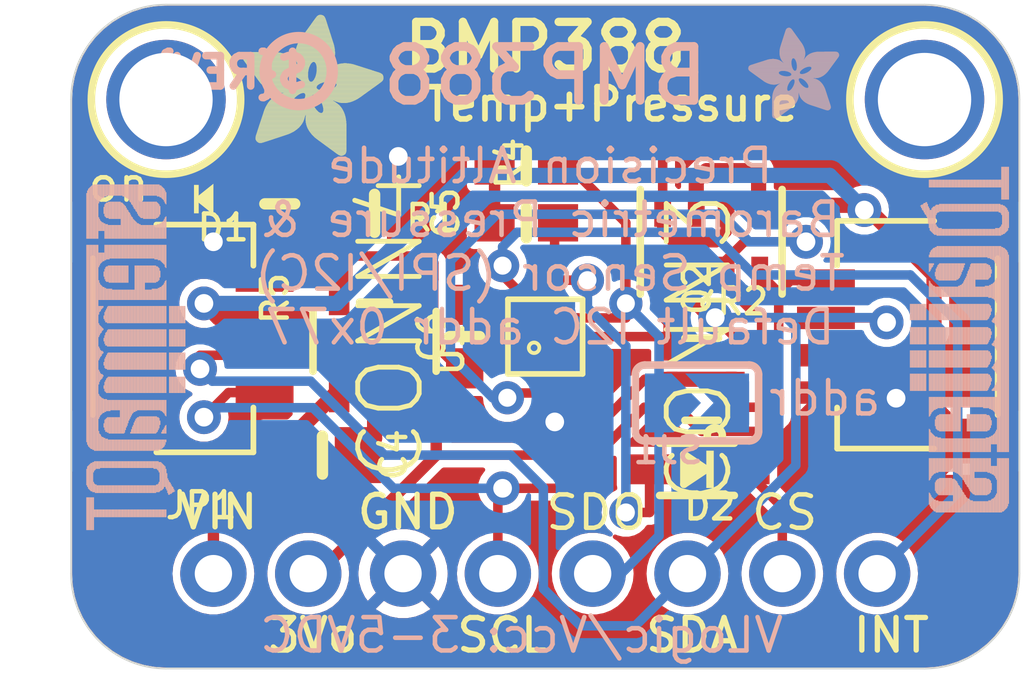
<source format=kicad_pcb>
(kicad_pcb (version 20221018) (generator pcbnew)
  (layers (0 "F.Cu" signal) (31 "B.Cu" signal) (34 "B.Paste" user) (35 "F.Paste" user) (36 "B.SilkS" user "B.Silkscreen") (37 "F.SilkS" user "F.Silkscreen") (38 "B.Mask" user) (39 "F.Mask" user) (44 "Edge.Cuts" user))
  (net 0 "")
  (net 1 "GND")
  (net 2 "SDI_3V")
  (net 3 "SCK_3V")
  (net 4 "CS_3V")
  (net 5 "3.3V")
  (net 6 "SDO/ADR")
  (net 7 "SDI/SDA")
  (net 8 "SCK/SCL")
  (net 9 "CS")
  (net 10 "INT")
  (net 11 "VCC")
  (net 12 "N$1")
  (footprint "working:RESPACK_4X0603" (layer "F.Cu") (at 152.9461 102.4636 180)
    (fp_text reference "R2" (at -1.6 -1.6) (layer "F.SilkS") (effects (font (size 0.692831 0.692831) (thickness 0.119969)) (justify right)))
    (fp_text value "10K")
    (pad "1" smd rect (at -1.3 0.85 180) (size 0.45 0.9) (layers "F.Cu" "F.Paste" "F.Mask") (net 11 "VCC"))
    (pad "2" smd rect (at -0.4 0.85 180) (size 0.45 0.9) (layers "F.Cu" "F.Paste" "F.Mask") (net 5 "3.3V"))
    (pad "3" smd rect (at 0.4 0.85 180) (size 0.45 0.9) (layers "F.Cu" "F.Paste" "F.Mask") (net 11 "VCC"))
    (pad "4" smd rect (at 1.3 0.85 180) (size 0.45 0.9) (layers "F.Cu" "F.Paste" "F.Mask") (net 5 "3.3V"))
    (pad "5" smd rect (at 1.3 -0.85 180) (size 0.45 0.9) (layers "F.Cu" "F.Paste" "F.Mask") (net 2 "SDI_3V"))
    (pad "6" smd rect (at 0.4 -0.85 180) (size 0.45 0.9) (layers "F.Cu" "F.Paste" "F.Mask") (net 7 "SDI/SDA"))
    (pad "7" smd rect (at -0.4 -0.85 180) (size 0.45 0.9) (layers "F.Cu" "F.Paste" "F.Mask") (net 3 "SCK_3V"))
    (pad "8" smd rect (at -1.3 -0.85 180) (size 0.45 0.9) (layers "F.Cu" "F.Paste" "F.Mask") (net 8 "SCK/SCL"))
  )
  (footprint "working:1X08_ROUND_70" (layer "F.Cu") (at 148.5011 111.3536)
    (fp_text reference "JP1" (at -10.2362 -1.8288) (layer "F.SilkS") (effects (font (size 0.692831 0.692831) (thickness 0.119969)) (justify left)))
    (fp_text value "")
    (pad "1" thru_hole circle (at -8.89 0 90) (size 1.778 1.778) (drill 1) (layers "*.Cu" "*.Mask") (net 11 "VCC"))
    (pad "2" thru_hole circle (at -6.35 0 90) (size 1.778 1.778) (drill 1) (layers "*.Cu" "*.Mask") (net 5 "3.3V"))
    (pad "3" thru_hole circle (at -3.81 0 90) (size 1.778 1.778) (drill 1) (layers "*.Cu" "*.Mask") (net 1 "GND"))
    (pad "4" thru_hole circle (at -1.27 0 90) (size 1.778 1.778) (drill 1) (layers "*.Cu" "*.Mask") (net 8 "SCK/SCL"))
    (pad "5" thru_hole circle (at 1.27 0 90) (size 1.778 1.778) (drill 1) (layers "*.Cu" "*.Mask") (net 6 "SDO/ADR"))
    (pad "6" thru_hole circle (at 3.81 0 90) (size 1.778 1.778) (drill 1) (layers "*.Cu" "*.Mask") (net 7 "SDI/SDA"))
    (pad "7" thru_hole circle (at 6.35 0 90) (size 1.778 1.778) (drill 1) (layers "*.Cu" "*.Mask") (net 9 "CS"))
    (pad "8" thru_hole circle (at 8.89 0 90) (size 1.778 1.778) (drill 1) (layers "*.Cu" "*.Mask") (net 10 "INT"))
  )
  (footprint "working:MOUNTINGHOLE_2.5_PLATED" (layer "F.Cu") (at 138.3411 98.6536)
    (fp_text reference "U$40" hide)
    (fp_text value "MOUNTINGHOLE2.5" hide)
    (pad "P$1" thru_hole circle (at 0 0) (size 3.2 3.2) (drill 2.5) (layers "*.Cu" "*.Mask"))
    (zone (net 0) (net_name "") (layer "F.Cu") (connect_pads (clearance 0)) (min_thickness 0.25)
      (keepout (tracks not_allowed) (vias not_allowed) (pads not_allowed) (copperpour not_allowed) (footprints allowed))
      (fill (thermal_gap 0.5) (thermal_bridge_width 0.5))
      (polygon (pts (xy 140.3571 98.6536) (xy 140.33748 98.373027) (xy 140.279004 98.097915) (xy 140.182808 97.833619) (xy 140.050765 97.585283) (xy 139.885446 97.35774) (xy 139.690067 97.15542) (xy 139.468433 96.98226) (xy 139.224856 96.841631) (xy 138.964078 96.73627) (xy 138.691175 96.668228) (xy 138.411457 96.638828) (xy 138.130371 96.648644) (xy 137.853385 96.697484) (xy 137.585893 96.784397) (xy 137.3331 96.907693) (xy 137.099926 97.06497) (xy 136.890911 97.253169) (xy 136.710122 97.468625) (xy 136.561078 97.707145) (xy 136.44668 97.964087) (xy 136.369154 98.23445) (xy 136.330011 98.512971) (xy 136.330011 98.794229) (xy 136.369154 99.07275) (xy 136.44668 99.343113) (xy 136.561078 99.600055) (xy 136.710122 99.838575) (xy 136.890911 100.054031) (xy 137.099926 100.24223) (xy 137.3331 100.399507) (xy 137.585893 100.522803) (xy 137.853385 100.609716) (xy 138.130371 100.658556) (xy 138.411457 100.668372) (xy 138.691175 100.638972) (xy 138.964078 100.57093) (xy 139.224856 100.465569) (xy 139.468433 100.32494) (xy 139.690067 100.15178) (xy 139.885446 99.94946) (xy 140.050765 99.721917) (xy 140.182808 99.473581) (xy 140.279004 99.209285) (xy 140.33748 98.934173)))
      (polygon (pts (xy 138.3251 98.6536) (xy 138.329786 98.664914) (xy 138.3411 98.6696) (xy 138.352414 98.664914) (xy 138.3571 98.6536) (xy 138.352414 98.642286) (xy 138.3411 98.6376) (xy 138.329786 98.642286)))
    )
    (zone (net 0) (net_name "") (layer "B.Cu") (connect_pads (clearance 0)) (min_thickness 0.25)
      (keepout (tracks not_allowed) (vias not_allowed) (pads not_allowed) (copperpour not_allowed) (footprints allowed))
      (fill (thermal_gap 0.5) (thermal_bridge_width 0.5))
      (polygon (pts (xy 140.3571 98.6536) (xy 140.33748 98.373027) (xy 140.279004 98.097915) (xy 140.182808 97.833619) (xy 140.050765 97.585283) (xy 139.885446 97.35774) (xy 139.690067 97.15542) (xy 139.468433 96.98226) (xy 139.224856 96.841631) (xy 138.964078 96.73627) (xy 138.691175 96.668228) (xy 138.411457 96.638828) (xy 138.130371 96.648644) (xy 137.853385 96.697484) (xy 137.585893 96.784397) (xy 137.3331 96.907693) (xy 137.099926 97.06497) (xy 136.890911 97.253169) (xy 136.710122 97.468625) (xy 136.561078 97.707145) (xy 136.44668 97.964087) (xy 136.369154 98.23445) (xy 136.330011 98.512971) (xy 136.330011 98.794229) (xy 136.369154 99.07275) (xy 136.44668 99.343113) (xy 136.561078 99.600055) (xy 136.710122 99.838575) (xy 136.890911 100.054031) (xy 137.099926 100.24223) (xy 137.3331 100.399507) (xy 137.585893 100.522803) (xy 137.853385 100.609716) (xy 138.130371 100.658556) (xy 138.411457 100.668372) (xy 138.691175 100.638972) (xy 138.964078 100.57093) (xy 139.224856 100.465569) (xy 139.468433 100.32494) (xy 139.690067 100.15178) (xy 139.885446 99.94946) (xy 140.050765 99.721917) (xy 140.182808 99.473581) (xy 140.279004 99.209285) (xy 140.33748 98.934173)))
      (polygon (pts (xy 138.3251 98.6536) (xy 138.329786 98.664914) (xy 138.3411 98.6696) (xy 138.352414 98.664914) (xy 138.3571 98.6536) (xy 138.352414 98.642286) (xy 138.3411 98.6376) (xy 138.329786 98.642286)))
    )
  )
  (footprint "working:0603-NO" (layer "F.Cu") (at 141.3891 101.4476 -90)
    (fp_text reference "R5" (at 1.778 0.127 90) (layer "F.SilkS") (effects (font (size 0.692831 0.692831) (thickness 0.119969)) (justify right)))
    (fp_text value "10K")
    (pad "1" smd rect (at -0.85 0 270) (size 1.075 1) (layers "F.Cu" "F.Paste" "F.Mask") (net 5 "3.3V"))
    (pad "2" smd rect (at 0.85 0 270) (size 1.075 1) (layers "F.Cu" "F.Paste" "F.Mask") (net 12 "N$1"))
  )
  (footprint "working:0603-NO" (layer "F.Cu") (at 147.9931 101.9556 180)
    (fp_text reference "R1" (at 1.778 0.127) (layer "F.SilkS") (effects (font (size 0.692831 0.692831) (thickness 0.119969)) (justify right)))
    (fp_text value "10K")
    (pad "1" smd rect (at -0.85 0 180) (size 1.075 1) (layers "F.Cu" "F.Paste" "F.Mask") (net 4 "CS_3V"))
    (pad "2" smd rect (at 0.85 0 180) (size 1.075 1) (layers "F.Cu" "F.Paste" "F.Mask") (net 5 "3.3V"))
  )
  (footprint "working:JST_SH4" (layer "F.Cu") (at 138.4681 105.0036 -90)
    (fp_text reference "CONN4" (at -4.6 -5.9 90) (layer "F.SilkS") (effects (font (size 1.647139 1.647139) (thickness 0.130861)) (justify right)))
    (fp_text value "STEMMA_I2C_QT" hide)
    (pad "1" smd rect (at -1.5 -2.514) (size 1.55 0.6) (layers "F.Cu" "F.Paste" "F.Mask") (net 1 "GND"))
    (pad "2" smd rect (at -0.5 -2.514) (size 1.55 0.6) (layers "F.Cu" "F.Paste" "F.Mask") (net 11 "VCC"))
    (pad "3" smd rect (at 0.5 -2.514) (size 1.55 0.6) (layers "F.Cu" "F.Paste" "F.Mask") (net 7 "SDI/SDA"))
    (pad "4" smd rect (at 1.5 -2.514) (size 1.55 0.6) (layers "F.Cu" "F.Paste" "F.Mask") (net 8 "SCK/SCL"))
    (pad "MT1" smd rect (at -2.8 1.386) (size 1.8 1.2) (layers "F.Cu" "F.Paste" "F.Mask") (net 1 "GND"))
    (pad "MT2" smd rect (at 2.8 1.386) (size 1.8 1.2) (layers "F.Cu" "F.Paste" "F.Mask") (net 1 "GND"))
  )
  (footprint "working:ADAFRUIT_3.5MM" (layer "F.Cu") (at 140.3731 100.1776)
    (fp_text reference "U$46" hide)
    (fp_text value "" hide)
  )
  (footprint "working:FIDUCIAL_1MM" (layer "F.Cu") (at 137.0711 109.8296)
    (fp_text reference "FID3" hide)
    (fp_text value "FIDUCIAL_1MM" hide)
    (pad "1" smd roundrect (at 0 0) (size 1 1) (layers "F.Cu" "F.Mask") (roundrect_rratio 0.5))
  )
  (footprint "working:0603-NO" (layer "F.Cu") (at 146.3421 105.0036 90)
    (fp_text reference "C6" (at -0.762 -0.889 90) (layer "F.SilkS") (effects (font (size 0.692831 0.692831) (thickness 0.119969)) (justify left)))
    (fp_text value "0.1uF")
    (pad "1" smd rect (at -0.85 0 90) (size 1.075 1) (layers "F.Cu" "F.Paste" "F.Mask") (net 5 "3.3V"))
    (pad "2" smd rect (at 0.85 0 90) (size 1.075 1) (layers "F.Cu" "F.Paste" "F.Mask") (net 1 "GND"))
  )
  (footprint "working:SOT363" (layer "F.Cu") (at 152.6921 106.1466 90)
    (fp_text reference "Q2" (at 1.651 -0.127 90) (layer "F.SilkS") (effects (font (size 0.692831 0.692831) (thickness 0.119969)) (justify left)))
    (fp_text value "BSS138")
    (pad "1" smd rect (at -0.75 0.9 90) (size 0.5 0.5) (layers "F.Cu" "F.Paste" "F.Mask") (net 3 "SCK_3V"))
    (pad "2" smd rect (at 0 0.9 90) (size 0.4 0.5) (layers "F.Cu" "F.Paste" "F.Mask") (net 5 "3.3V"))
    (pad "3" smd rect (at 0.75 0.9 90) (size 0.5 0.5) (layers "F.Cu" "F.Paste" "F.Mask") (net 7 "SDI/SDA"))
    (pad "4" smd rect (at 0.75 -0.9 90) (size 0.5 0.5) (layers "F.Cu" "F.Paste" "F.Mask") (net 2 "SDI_3V"))
    (pad "5" smd rect (at 0 -0.9 90) (size 0.4 0.5) (layers "F.Cu" "F.Paste" "F.Mask") (net 5 "3.3V"))
    (pad "6" smd rect (at -0.75 -0.9 90) (size 0.5 0.5) (layers "F.Cu" "F.Paste" "F.Mask") (net 8 "SCK/SCL"))
  )
  (footprint "working:BMP388" (layer "F.Cu") (at 148.5011 105.0036 180)
    (fp_text reference "IC1" hide)
    (fp_text value "BMP388" hide)
    (pad "1" smd rect (at 0.25 -0.75) (size 0.25 0.275) (layers "F.Cu" "F.Paste" "F.Mask") (net 5 "3.3V"))
    (pad "2" smd rect (at -0.25 -0.75) (size 0.25 0.275) (layers "F.Cu" "F.Paste" "F.Mask") (net 3 "SCK_3V"))
    (pad "3" smd rect (at -0.7625 -0.5 270) (size 0.25 0.275) (layers "F.Cu" "F.Paste" "F.Mask") (net 1 "GND"))
    (pad "4" smd rect (at -0.7625 0 270) (size 0.25 0.275) (layers "F.Cu" "F.Paste" "F.Mask") (net 2 "SDI_3V"))
    (pad "5" smd rect (at -0.7625 0.5 270) (size 0.25 0.275) (layers "F.Cu" "F.Paste" "F.Mask") (net 6 "SDO/ADR"))
    (pad "6" smd rect (at -0.25 0.75) (size 0.25 0.275) (layers "F.Cu" "F.Paste" "F.Mask") (net 4 "CS_3V"))
    (pad "7" smd rect (at 0.25 0.75) (size 0.25 0.275) (layers "F.Cu" "F.Paste" "F.Mask") (net 10 "INT"))
    (pad "8" smd rect (at 0.7625 0.5 270) (size 0.25 0.275) (layers "F.Cu" "F.Paste" "F.Mask") (net 1 "GND"))
    (pad "9" smd rect (at 0.7625 0 270) (size 0.25 0.275) (layers "F.Cu" "F.Paste" "F.Mask") (net 1 "GND"))
    (pad "10" smd rect (at 0.7625 -0.5 270) (size 0.25 0.275) (layers "F.Cu" "F.Paste" "F.Mask") (net 5 "3.3V"))
  )
  (footprint "working:SOD-323" (layer "F.Cu") (at 152.5651 108.5596 180)
    (fp_text reference "D2" (at -1.1 -1) (layer "F.SilkS") (effects (font (size 0.692831 0.692831) (thickness 0.119969)) (justify right)))
    (fp_text value "1N4148")
    (pad "A" smd rect (at 1.27 0 180) (size 1.35 0.8) (layers "F.Cu" "F.Paste" "F.Mask") (net 4 "CS_3V"))
    (pad "C" smd rect (at -1.27 0 180) (size 1.35 0.8) (layers "F.Cu" "F.Paste" "F.Mask") (net 9 "CS"))
  )
  (footprint "working:0805-NO" (layer "F.Cu") (at 143.9291 101.7016)
    (fp_text reference "C5" (at 1.905 -0.762 90) (layer "F.SilkS") (effects (font (size 0.692831 0.692831) (thickness 0.119969)) (justify right)))
    (fp_text value "10uF")
    (pad "1" smd rect (at -0.95 0) (size 1.24 1.5) (layers "F.Cu" "F.Paste" "F.Mask") (net 5 "3.3V"))
    (pad "2" smd rect (at 0.95 0) (size 1.24 1.5) (layers "F.Cu" "F.Paste" "F.Mask") (net 1 "GND"))
  )
  (footprint "working:0603-NO" (layer "F.Cu") (at 147.9931 100.4316 180)
    (fp_text reference "R4" (at 0.4445 0.8255 90) (layer "F.SilkS") (effects (font (size 0.692831 0.692831) (thickness 0.119969)) (justify right)))
    (fp_text value "10K")
    (pad "1" smd rect (at -0.85 0 180) (size 1.075 1) (layers "F.Cu" "F.Paste" "F.Mask") (net 6 "SDO/ADR"))
    (pad "2" smd rect (at 0.85 0 180) (size 1.075 1) (layers "F.Cu" "F.Paste" "F.Mask") (net 5 "3.3V"))
  )
  (footprint "working:MOUNTINGHOLE_2.5_PLATED" (layer "F.Cu") (at 158.6611 98.6536)
    (fp_text reference "U$41" hide)
    (fp_text value "MOUNTINGHOLE2.5" hide)
    (pad "P$1" thru_hole circle (at 0 0) (size 3.2 3.2) (drill 2.5) (layers "*.Cu" "*.Mask"))
    (zone (net 0) (net_name "") (layer "F.Cu") (connect_pads (clearance 0)) (min_thickness 0.25)
      (keepout (tracks not_allowed) (vias not_allowed) (pads not_allowed) (copperpour not_allowed) (footprints allowed))
      (fill (thermal_gap 0.5) (thermal_bridge_width 0.5))
      (polygon (pts (xy 160.6771 98.6536) (xy 160.65748 98.373027) (xy 160.599004 98.097915) (xy 160.502808 97.833619) (xy 160.370765 97.585283) (xy 160.205446 97.35774) (xy 160.010067 97.15542) (xy 159.788433 96.98226) (xy 159.544856 96.841631) (xy 159.284078 96.73627) (xy 159.011175 96.668228) (xy 158.731457 96.638828) (xy 158.450371 96.648644) (xy 158.173385 96.697484) (xy 157.905893 96.784397) (xy 157.6531 96.907693) (xy 157.419926 97.06497) (xy 157.210911 97.253169) (xy 157.030122 97.468625) (xy 156.881078 97.707145) (xy 156.76668 97.964087) (xy 156.689154 98.23445) (xy 156.650011 98.512971) (xy 156.650011 98.794229) (xy 156.689154 99.07275) (xy 156.76668 99.343113) (xy 156.881078 99.600055) (xy 157.030122 99.838575) (xy 157.210911 100.054031) (xy 157.419926 100.24223) (xy 157.6531 100.399507) (xy 157.905893 100.522803) (xy 158.173385 100.609716) (xy 158.450371 100.658556) (xy 158.731457 100.668372) (xy 159.011175 100.638972) (xy 159.284078 100.57093) (xy 159.544856 100.465569) (xy 159.788433 100.32494) (xy 160.010067 100.15178) (xy 160.205446 99.94946) (xy 160.370765 99.721917) (xy 160.502808 99.473581) (xy 160.599004 99.209285) (xy 160.65748 98.934173)))
      (polygon (pts (xy 158.6451 98.6536) (xy 158.649786 98.664914) (xy 158.6611 98.6696) (xy 158.672414 98.664914) (xy 158.6771 98.6536) (xy 158.672414 98.642286) (xy 158.6611 98.6376) (xy 158.649786 98.642286)))
    )
    (zone (net 0) (net_name "") (layer "B.Cu") (connect_pads (clearance 0)) (min_thickness 0.25)
      (keepout (tracks not_allowed) (vias not_allowed) (pads not_allowed) (copperpour not_allowed) (footprints allowed))
      (fill (thermal_gap 0.5) (thermal_bridge_width 0.5))
      (polygon (pts (xy 160.6771 98.6536) (xy 160.65748 98.373027) (xy 160.599004 98.097915) (xy 160.502808 97.833619) (xy 160.370765 97.585283) (xy 160.205446 97.35774) (xy 160.010067 97.15542) (xy 159.788433 96.98226) (xy 159.544856 96.841631) (xy 159.284078 96.73627) (xy 159.011175 96.668228) (xy 158.731457 96.638828) (xy 158.450371 96.648644) (xy 158.173385 96.697484) (xy 157.905893 96.784397) (xy 157.6531 96.907693) (xy 157.419926 97.06497) (xy 157.210911 97.253169) (xy 157.030122 97.468625) (xy 156.881078 97.707145) (xy 156.76668 97.964087) (xy 156.689154 98.23445) (xy 156.650011 98.512971) (xy 156.650011 98.794229) (xy 156.689154 99.07275) (xy 156.76668 99.343113) (xy 156.881078 99.600055) (xy 157.030122 99.838575) (xy 157.210911 100.054031) (xy 157.419926 100.24223) (xy 157.6531 100.399507) (xy 157.905893 100.522803) (xy 158.173385 100.609716) (xy 158.450371 100.658556) (xy 158.731457 100.668372) (xy 159.011175 100.638972) (xy 159.284078 100.57093) (xy 159.544856 100.465569) (xy 159.788433 100.32494) (xy 160.010067 100.15178) (xy 160.205446 99.94946) (xy 160.370765 99.721917) (xy 160.502808 99.473581) (xy 160.599004 99.209285) (xy 160.65748 98.934173)))
      (polygon (pts (xy 158.6451 98.6536) (xy 158.649786 98.664914) (xy 158.6611 98.6696) (xy 158.672414 98.664914) (xy 158.6771 98.6536) (xy 158.672414 98.642286) (xy 158.6611 98.6376) (xy 158.649786 98.642286)))
    )
  )
  (footprint "working:0805-NO" (layer "F.Cu") (at 142.5321 108.1786)
    (fp_text reference "C4" (at 1.905 -0.762 90) (layer "F.SilkS") (effects (font (size 0.692831 0.692831) (thickness 0.119969)) (justify right)))
    (fp_text value "10uF")
    (pad "1" smd rect (at -0.95 0) (size 1.24 1.5) (layers "F.Cu" "F.Paste" "F.Mask") (net 11 "VCC"))
    (pad "2" smd rect (at 0.95 0) (size 1.24 1.5) (layers "F.Cu" "F.Paste" "F.Mask") (net 1 "GND"))
  )
  (footprint "working:SOT23-5" (layer "F.Cu") (at 143.9291 105.1306)
    (fp_text reference "U1" (at 2.032 -0.562 90) (layer "F.SilkS") (effects (font (size 0.692831 0.692831) (thickness 0.119969)) (justify right)))
    (fp_text value "AP2112K-3.3")
    (pad "1" smd rect (at -0.95 1.3001) (size 0.55 1.2) (layers "F.Cu" "F.Paste" "F.Mask") (net 11 "VCC"))
    (pad "2" smd rect (at 0 1.3001) (size 0.55 1.2) (layers "F.Cu" "F.Paste" "F.Mask") (net 1 "GND"))
    (pad "3" smd rect (at 0.95 1.3001) (size 0.55 1.2) (layers "F.Cu" "F.Paste" "F.Mask") (net 11 "VCC"))
    (pad "4" smd rect (at 0.95 -1.3001) (size 0.55 1.2) (layers "F.Cu" "F.Paste" "F.Mask"))
    (pad "5" smd rect (at -0.95 -1.3001) (size 0.55 1.2) (layers "F.Cu" "F.Paste" "F.Mask") (net 5 "3.3V"))
  )
  (footprint "working:JST_SH4" (layer "F.Cu") (at 158.5341 105.0036 90)
    (fp_text reference "CONN3" (at -4.6 -5.9 90) (layer "F.SilkS") (effects (font (size 1.647139 1.647139) (thickness 0.130861)) (justify left)))
    (fp_text value "STEMMA_I2C_QT" hide)
    (pad "1" smd rect (at -1.5 -2.514 180) (size 1.55 0.6) (layers "F.Cu" "F.Paste" "F.Mask") (net 1 "GND"))
    (pad "2" smd rect (at -0.5 -2.514 180) (size 1.55 0.6) (layers "F.Cu" "F.Paste" "F.Mask") (net 11 "VCC"))
    (pad "3" smd rect (at 0.5 -2.514 180) (size 1.55 0.6) (layers "F.Cu" "F.Paste" "F.Mask") (net 7 "SDI/SDA"))
    (pad "4" smd rect (at 1.5 -2.514 180) (size 1.55 0.6) (layers "F.Cu" "F.Paste" "F.Mask") (net 8 "SCK/SCL"))
    (pad "MT1" smd rect (at -2.8 1.386 180) (size 1.8 1.2) (layers "F.Cu" "F.Paste" "F.Mask") (net 1 "GND"))
    (pad "MT2" smd rect (at 2.8 1.386 180) (size 1.8 1.2) (layers "F.Cu" "F.Paste" "F.Mask") (net 1 "GND"))
  )
  (footprint "working:FIDUCIAL_1MM" (layer "F.Cu") (at 155.3591 97.3836)
    (fp_text reference "FID4" hide)
    (fp_text value "FIDUCIAL_1MM" hide)
    (pad "1" smd roundrect (at 0 0) (size 1 1) (layers "F.Cu" "F.Mask") (roundrect_rratio 0.5))
  )
  (footprint "working:CHIPLED_0603_NOOUTLINE" (layer "F.Cu") (at 139.3571 101.3206 90)
    (fp_text reference "D1" (at -0.762 1.27) (layer "F.SilkS") (effects (font (size 0.692831 0.692831) (thickness 0.119969)) (justify right)))
    (fp_text value "GREEN")
    (pad "A" smd rect (at 0 0.75 90) (size 0.8 0.8) (layers "F.Cu" "F.Paste" "F.Mask") (net 12 "N$1"))
    (pad "C" smd rect (at 0 -0.75 90) (size 0.8 0.8) (layers "F.Cu" "F.Paste" "F.Mask") (net 1 "GND"))
  )
  (footprint "working:STEMMAQT" (layer "B.Cu") (at 158.2801 109.7026 90)
    (fp_text reference "U$48" hide)
    (fp_text value "" hide)
  )
  (footprint "working:SOLDERJUMPER_ARROW_NOPASTE" (layer "B.Cu") (at 152.5651 106.7816)
    (fp_text reference "SJ1" (at -1.778 1.27) (layer "B.SilkS") (effects (font (size 0.692831 0.692831) (thickness 0.119969)) (justify right mirror)))
    (fp_text value "")
    (fp_poly (pts (xy 0.106121 -0.002663) (xy -0.679416 -0.7882) (xy -1.3946 -0.7882) (xy -1.3946 0.7882) (xy -0.62715 0.7882)) (fill solid) (layer "B.Cu"))
    (fp_poly (pts (xy 1.3946 -0.7882) (xy -0.315893 -0.7882) (xy 0.443148 0) (xy -0.315893 0.7882) (xy 1.3946 0.7882)) (fill solid) (layer "B.Cu"))
    (pad "1" smd roundrect (at -1.016 0) (size 0.762 1.524) (layers "B.Cu") (net 6 "SDO/ADR"))
    (pad "2" smd roundrect (at 1.016 0) (size 0.762 1.524) (layers "B.Cu") (net 1 "GND"))
  )
  (footprint "working:ADAFRUIT_2.5MM" (layer "B.Cu") (at 156.3751 99.1616 180)
    (fp_text reference "U$2" hide)
    (fp_text value "" hide)
  )
  (footprint "working:STEMMAQT" (layer "B.Cu") (at 138.8491 100.9396 -90)
    (fp_text reference "U$49" hide)
    (fp_text value "" hide)
  )
  (footprint "working:PCBFEAT-REV-040" (layer "B.Cu") (at 141.8971 97.8916 180)
    (fp_text reference "U$47" hide)
    (fp_text value "" hide)
    (fp_text user "${REV}" (at -0.3556 -0.508) (layer "B.SilkS") (effects (font (size 0.8128 0.8128) (thickness 0.2032)) (justify left bottom mirror)))
  )
  (gr_line (start 135.8011 98.6536) (end 135.8011 111.3536) (stroke (width 0.05)) (layer "Edge.Cuts"))
  (gr_line (start 161.2011 111.3536) (end 161.2011 98.6536) (stroke (width 0.05)) (layer "Edge.Cuts"))
  (gr_arc (start 158.6611 96.1136) (mid 160.457151 96.857549) (end 161.2011 98.6536) (stroke (width 0.05)) (layer "Edge.Cuts"))
  (gr_arc (start 161.2011 111.3536) (mid 160.457151 113.149651) (end 158.6611 113.8936) (stroke (width 0.05)) (layer "Edge.Cuts"))
  (gr_arc (start 135.8011 98.6536) (mid 136.545049 96.857549) (end 138.3411 96.1136) (stroke (width 0.05)) (layer "Edge.Cuts"))
  (gr_line (start 158.6611 96.1136) (end 138.3411 96.1136) (stroke (width 0.05)) (layer "Edge.Cuts"))
  (gr_arc (start 138.3411 113.8936) (mid 136.545049 113.149651) (end 135.8011 111.3536) (stroke (width 0.05)) (layer "Edge.Cuts"))
  (gr_line (start 138.3411 113.8936) (end 158.6611 113.8936) (stroke (width 0.05)) (layer "Edge.Cuts"))
  (gr_text "BMP388" (at 148.5011 98.0186) (layer "B.SilkS") (effects (font (size 1.441704 1.441704) (thickness 0.234696)) (justify mirror)))
  (gr_text "Precision Altitude\nBarometric Pressure &\nTemp Sensor (SPI/I2C)\nDefault I2C addr 0x77" (at 148.6281 102.5906) (layer "B.SilkS") (effects (font (size 0.89408 0.89408) (thickness 0.12192)) (justify mirror)))
  (gr_text "addr" (at 155.9941 106.6546) (layer "B.SilkS") (effects (font (size 0.89408 0.89408) (thickness 0.12192)) (justify mirror)))
  (gr_text "VLogic/Vcc: 3-5VDC" (at 147.8661 113.0046) (layer "B.SilkS") (effects (font (size 0.89408 0.89408) (thickness 0.12192)) (justify mirror)))
  (gr_text "BMP388" (at 148.5011 97.2566) (layer "F.SilkS") (effects (font (size 1.25222 1.25222) (thickness 0.22098))))
  (gr_text "SDA" (at 152.4381 113.0046) (layer "F.SilkS") (effects (font (size 0.87376 0.87376) (thickness 0.14224))))
  (gr_text "CS" (at 155.8671 109.1946) (layer "F.SilkS") (effects (font (size 0.89408 0.89408) (thickness 0.12192)) (justify right top)))
  (gr_text "GND" (at 144.8181 109.7026) (layer "F.SilkS") (effects (font (size 0.87376 0.87376) (thickness 0.14224))))
  (gr_text "3Vo" (at 142.2781 113.0046) (layer "F.SilkS") (effects (font (size 0.87376 0.87376) (thickness 0.14224))))
  (gr_text "VIN" (at 139.7381 109.7026) (layer "F.SilkS") (effects (font (size 0.87376 0.87376) (thickness 0.14224))))
  (gr_text "Temp+Pressure" (at 150.2791 98.7806) (layer "F.SilkS") (effects (font (size 0.8636 0.8636) (thickness 0.1524))))
  (gr_text "on" (at 136.1821 101.4476) (layer "F.SilkS") (effects (font (size 0.89408 0.89408) (thickness 0.12192)) (justify left bottom)))
  (gr_text "INT" (at 157.7721 113.0046) (layer "F.SilkS") (effects (font (size 0.87376 0.87376) (thickness 0.14224))))
  (gr_text "SCL" (at 147.3581 113.0046) (layer "F.SilkS") (effects (font (size 0.87376 0.87376) (thickness 0.14224))))
  (gr_text "SDO" (at 151.2951 109.1946) (layer "F.SilkS") (effects (font (size 0.89408 0.89408) (thickness 0.12192)) (justify right top)))
  (segment (start 140.6511 103.5036) (end 139.6111 102.4636) (width 0.4064) (layer "F.Cu") (net 1))
  (segment (start 147.7386 104.5036) (end 146.6921 104.5036) (width 0.254) (layer "F.Cu") (net 1))
  (segment (start 146.6921 104.5036) (end 146.3421 104.1536) (width 0.254) (layer "F.Cu") (net 1))
  (segment (start 140.9821 103.5036) (end 140.6511 103.5036) (width 0.4064) (layer "F.Cu") (net 1))
  (segment (start 143.4821 108.1786) (end 143.9291 107.7316) (width 0.4064) (layer "F.Cu") (net 1))
  (segment (start 143.9291 106.4307) (end 143.9291 107.7316) (width 0.4064) (layer "F.Cu") (net 1))
  (segment (start 147.7386 104.5036) (end 147.7386 105.0036) (width 0.254) (layer "F.Cu") (net 1))
  (via (at 144.5641 100.1776) (size 0.9064) (drill 0.5) (layers "F.Cu" "B.Cu") (net 1))
  (via (at 157.8991 106.6546) (size 0.9064) (drill 0.5) (layers "F.Cu" "B.Cu") (net 1))
  (via (at 148.7551 107.2896) (size 0.9064) (drill 0.5) (layers "F.Cu" "B.Cu") (net 1))
  (via (at 139.6111 102.4636) (size 0.9064) (drill 0.5) (layers "F.Cu" "B.Cu") (net 1))
  (segment (start 151.7921 104.6346) (end 151.6461 104.4886) (width 0.254) (layer "F.Cu") (net 2))
  (segment (start 151.7921 105.3966) (end 151.7921 105.0036) (width 0.254) (layer "F.Cu") (net 2))
  (segment (start 151.6461 104.4886) (end 151.6461 103.3136) (width 0.254) (layer "F.Cu") (net 2))
  (segment (start 151.7921 105.0036) (end 151.7921 104.6346) (width 0.254) (layer "F.Cu") (net 2))
  (segment (start 149.2636 105.0036) (end 151.7921 105.0036) (width 0.254) (layer "F.Cu") (net 2))
  (segment (start 154.2969 104.5764) (end 154.2969 106.7816) (width 0.254) (layer "F.Cu") (net 3))
  (segment (start 147.6121 106.5149) (end 147.4851 106.6419) (width 0.254) (layer "F.Cu") (net 3))
  (segment (start 148.2438 106.5149) (end 147.6121 106.5149) (width 0.254) (layer "F.Cu") (net 3))
  (segment (start 153.3461 103.3136) (end 153.3461 102.9526) (width 0.254) (layer "F.Cu") (net 3))
  (segment (start 153.3461 103.3136) (end 153.3461 103.6256) (width 0.254) (layer "F.Cu") (net 3))
  (segment (start 148.7511 105.7536) (end 148.7511 106.0076) (width 0.254) (layer "F.Cu") (net 3))
  (segment (start 153.5921 106.8966) (end 154.1819 106.8966) (width 0.254) (layer "F.Cu") (net 3))
  (segment (start 153.3461 102.9526) (end 153.8351 102.4636) (width 0.254) (layer "F.Cu") (net 3))
  (segment (start 154.2969 106.7816) (end 154.1819 106.8966) (width 0.254) (layer "F.Cu") (net 3))
  (segment (start 153.8351 102.4636) (end 155.4861 102.4636) (width 0.254) (layer "F.Cu") (net 3))
  (segment (start 148.7511 106.0076) (end 148.2438 106.5149) (width 0.254) (layer "F.Cu") (net 3))
  (segment (start 153.3461 103.6256) (end 154.2969 104.5764) (width 0.254) (layer "F.Cu") (net 3))
  (via (at 147.4851 106.6419) (size 0.889) (drill 0.4826) (layers "F.Cu" "B.Cu") (net 3))
  (via (at 155.4861 102.4636) (size 0.9064) (drill 0.5) (layers "F.Cu" "B.Cu") (net 3))
  (segment (start 153.9621 102.4636) (end 155.4861 102.4636) (width 0.254) (layer "B.Cu") (net 3))
  (segment (start 147.2057 101.727) (end 153.2255 101.727) (width 0.254) (layer "B.Cu") (net 3))
  (segment (start 153.9621 102.4636) (end 153.2255 101.727) (width 0.254) (layer "B.Cu") (net 3))
  (segment (start 147.0914 106.6419) (end 145.9611 105.5116) (width 0.254) (layer "B.Cu") (net 3))
  (segment (start 145.9611 105.5116) (end 145.9611 102.9716) (width 0.254) (layer "B.Cu") (net 3))
  (segment (start 147.4851 106.6419) (end 147.0914 106.6419) (width 0.254) (layer "B.Cu") (net 3))
  (segment (start 145.9611 102.9716) (end 147.2057 101.727) (width 0.254) (layer "B.Cu") (net 3))
  (segment (start 148.7511 102.0476) (end 148.7511 103.4836) (width 0.254) (layer "F.Cu") (net 4))
  (segment (start 148.7511 104.2536) (end 148.7511 103.501) (width 0.254) (layer "F.Cu") (net 4))
  (segment (start 150.6601 109.7153) (end 151.2951 109.7153) (width 0.254) (layer "F.Cu") (net 4))
  (segment (start 148.7511 103.501) (end 148.7424 103.4923) (width 0.254) (layer "F.Cu") (net 4))
  (segment (start 148.8431 101.9556) (end 148.7511 102.0476) (width 0.254) (layer "F.Cu") (net 4))
  (segment (start 148.7511 103.4836) (end 148.7424 103.4923) (width 0.254) (layer "F.Cu") (net 4))
  (segment (start 151.2951 108.5596) (end 151.2951 109.7153) (width 0.254) (layer "F.Cu") (net 4))
  (segment (start 148.7424 103.4923) (end 149.6314 103.4923) (width 0.254) (layer "F.Cu") (net 4))
  (via (at 150.6601 109.7153) (size 0.889) (drill 0.4826) (layers "F.Cu" "B.Cu") (net 4))
  (via (at 149.6314 103.4923) (size 0.889) (drill 0.4826) (layers "F.Cu" "B.Cu") (net 4))
  (segment (start 150.6601 105.2576) (end 150.6601 109.7153) (width 0.254) (layer "B.Cu") (net 4))
  (segment (start 149.6314 103.4923) (end 149.6314 104.2289) (width 0.254) (layer "B.Cu") (net 4))
  (segment (start 149.6314 104.2289) (end 150.6601 105.2576) (width 0.254) (layer "B.Cu") (net 4))
  (segment (start 151.1681 106.1466) (end 149.1361 108.1786) (width 0.254) (layer "F.Cu") (net 5))
  (segment (start 142.1511 111.3536) (end 142.4051 111.3536) (width 0.3048) (layer "F.Cu") (net 5))
  (segment (start 153.0731 102.4636) (end 151.9301 102.4636) (width 0.3048) (layer "F.Cu") (net 5))
  (segment (start 142.9791 101.7016) (end 142.9791 100.3656) (width 0.3048) (layer "F.Cu") (net 5))
  (segment (start 146.6921 105.5036) (end 146.3421 105.8536) (width 0.254) (layer "F.Cu") (net 5))
  (segment (start 146.3421 105.8536) (end 146.1761 105.8536) (width 0.254) (layer "F.Cu") (net 5))
  (segment (start 147.8621 105.7536) (end 147.6121 105.5036) (width 0.254) (layer "F.Cu") (net 5))
  (segment (start 147.6121 105.5036) (end 146.6921 105.5036) (width 0.254) (layer "F.Cu") (net 5))
  (segment (start 146.1761 105.8536) (end 145.5119 105.1894) (width 0.254) (layer "F.Cu") (net 5))
  (segment (start 151.9301 102.4636) (end 151.6461 102.1796) (width 0.3048) (layer "F.Cu") (net 5))
  (segment (start 141.3891 100.5976) (end 142.4931 101.7016) (width 0.3048) (layer "F.Cu") (net 5))
  (segment (start 145.5801 108.1786) (end 142.4051 111.3536) (width 0.3048) (layer "F.Cu") (net 5))
  (segment (start 146.1271 105.8536) (end 145.5801 106.4006) (width 0.3048) (layer "F.Cu") (net 5))
  (segment (start 146.3421 105.8536) (end 146.1271 105.8536) (width 0.3048) (layer "F.Cu") (net 5))
  (segment (start 142.9791 102.8446) (end 142.9791 103.8305) (width 0.3048) (layer "F.Cu") (net 5))
  (segment (start 145.5119 105.1894) (end 145.5119 103.479325) (width 0.254) (layer "F.Cu") (net 5))
  (segment (start 142.9791 102.8446) (end 145.3261 102.8446) (width 0.254) (layer "F.Cu") (net 5))
  (segment (start 145.5166 103.0351) (end 145.3261 102.8446) (width 0.254) (layer "F.Cu") (net 5))
  (segment (start 145.5801 106.4006) (end 145.5801 108.1786) (width 0.3048) (layer "F.Cu") (net 5))
  (segment (start 151.6461 102.1796) (end 151.6461 101.6136) (width 0.3048) (layer "F.Cu") (net 5))
  (segment (start 145.5119 103.479325) (end 145.5166 103.474625) (width 0.254) (layer "F.Cu") (net 5))
  (segment (start 150.5331 98.9076) (end 147.1431 98.9076) (width 0.254) (layer "F.Cu") (net 5))
  (segment (start 147.7386 105.5036) (end 147.6121 105.5036) (width 0.254) (layer "F.Cu") (net 5))
  (segment (start 144.4371 98.9076) (end 147.1431 98.9076) (width 0.3048) (layer "F.Cu") (net 5))
  (segment (start 142.9791 100.3656) (end 144.4371 98.9076) (width 0.3048) (layer "F.Cu") (net 5))
  (segment (start 147.1431 100.4316) (end 147.1431 101.9556) (width 0.3048) (layer "F.Cu") (net 5))
  (segment (start 142.9791 101.7016) (end 142.9791 102.8446) (width 0.3048) (layer "F.Cu") (net 5))
  (segment (start 153.3461 101.6136) (end 153.3461 102.1906) (width 0.3048) (layer "F.Cu") (net 5))
  (segment (start 151.6461 101.6136) (end 151.6461 100.0206) (width 0.254) (layer "F.Cu") (net 5))
  (segment (start 147.1431 98.9076) (end 147.1431 100.4316) (width 0.3048) (layer "F.Cu") (net 5))
  (segment (start 151.6461 100.0206) (end 150.5331 98.9076) (width 0.254) (layer "F.Cu") (net 5))
  (segment (start 151.7921 106.1466) (end 153.5921 106.1466) (width 0.4064) (layer "F.Cu") (net 5))
  (segment (start 148.2511 105.7536) (end 147.8621 105.7536) (width 0.254) (layer "F.Cu") (net 5))
  (segment (start 153.3461 102.1906) (end 153.0731 102.4636) (width 0.3048) (layer "F.Cu") (net 5))
  (segment (start 145.5166 103.474625) (end 145.5166 103.0351) (width 0.254) (layer "F.Cu") (net 5))
  (segment (start 151.7921 106.1466) (end 151.1681 106.1466) (width 0.254) (layer "F.Cu") (net 5))
  (segment (start 149.1361 108.1786) (end 145.5801 108.1786) (width 0.254) (layer "F.Cu") (net 5))
  (segment (start 142.4931 101.7016) (end 142.9791 101.7016) (width 0.3048) (layer "F.Cu") (net 5))
  (segment (start 150.6601 104.1146) (end 150.6601 101.9556) (width 0.254) (layer "F.Cu") (net 6))
  (segment (start 150.6601 101.9556) (end 149.1361 100.4316) (width 0.254) (layer "F.Cu") (net 6))
  (segment (start 149.2636 104.5036) (end 150.6601 104.5036) (width 0.254) (layer "F.Cu") (net 6))
  (segment (start 150.6601 104.5036) (end 150.6601 104.1146) (width 0.254) (layer "F.Cu") (net 6))
  (segment (start 149.1361 100.4316) (end 148.8431 100.4316) (width 0.254) (layer "F.Cu") (net 6))
  (via (at 150.6601 104.1146) (size 0.889) (drill 0.4826) (layers "F.Cu" "B.Cu") (net 6))
  (segment (start 151.5491 106.7816) (end 151.5491 107.2896) (width 0.2032) (layer "B.Cu") (net 6))
  (segment (start 150.5331 111.3536) (end 149.7711 111.3536) (width 0.254) (layer "B.Cu") (net 6))
  (segment (start 151.5491 110.3376) (end 150.5331 111.3536) (width 0.254) (layer "B.Cu") (net 6))
  (segment (start 150.6601 104.1146) (end 151.5491 105.0036) (width 0.254) (layer "B.Cu") (net 6))
  (segment (start 151.5491 105.0036) (end 151.5491 106.7816) (width 0.254) (layer "B.Cu") (net 6))
  (segment (start 151.5491 107.2896) (end 151.5491 110.3376) (width 0.254) (layer "B.Cu") (net 6))
  (segment (start 152.8391 104.4956) (end 153.0541 104.4956) (width 0.254) (layer "F.Cu") (net 7))
  (segment (start 152.5461 103.3136) (end 152.5461 104.2026) (width 0.254) (layer "F.Cu") (net 7))
  (segment (start 140.9821 105.5036) (end 139.252706 105.5036) (width 0.254) (layer "F.Cu") (net 7))
  (segment (start 152.5461 104.2026) (end 152.8391 104.4956) (width 0.254) (layer "F.Cu") (net 7))
  (segment (start 153.5921 105.0336) (end 153.0541 104.4956) (width 0.254) (layer "F.Cu") (net 7))
  (segment (start 157.5261 104.5036) (end 157.6451 104.6226) (width 0.254) (layer "F.Cu") (net 7))
  (segment (start 156.0201 104.5036) (end 157.5261 104.5036) (width 0.254) (layer "F.Cu") (net 7))
  (segment (start 153.5921 105.3966) (end 153.5921 105.0336) (width 0.254) (layer "F.Cu") (net 7))
  (segment (start 139.252706 105.5036) (end 139.252706 105.869994) (width 0.254) (layer "F.Cu") (net 7))
  (via (at 157.6451 104.6226) (size 0.9064) (drill 0.5) (layers "F.Cu" "B.Cu") (net 7))
  (via (at 139.252706 105.869994) (size 0.9064) (drill 0.5) (layers "F.Cu" "B.Cu") (net 7))
  (via (at 153.0541 104.4956) (size 0.9064) (drill 0.5) (layers "F.Cu" "B.Cu") (net 7))
  (segment (start 157.5181 104.4956) (end 153.0541 104.4956) (width 0.254) (layer "B.Cu") (net 7))
  (segment (start 139.252706 105.869994) (end 139.580112 106.1974) (width 0.254) (layer "B.Cu") (net 7))
  (segment (start 150.9141 112.7506) (end 152.3111 111.3536) (width 0.254) (layer "B.Cu") (net 7))
  (segment (start 147.577 108.1786) (end 148.4503 109.0519) (width 0.254) (layer "B.Cu") (net 7))
  (segment (start 153.0541 104.4956) (end 154.9591 104.4956) (width 0.254) (layer "B.Cu") (net 7))
  (segment (start 139.580112 106.1974) (end 142.213481 106.1974) (width 0.254) (layer "B.Cu") (net 7))
  (segment (start 142.213481 106.1974) (end 144.194681 108.1786) (width 0.254) (layer "B.Cu") (net 7))
  (segment (start 155.2131 104.7496) (end 154.9591 104.4956) (width 0.254) (layer "B.Cu") (net 7))
  (segment (start 155.2131 108.4516) (end 152.3111 111.3536) (width 0.254) (layer "B.Cu") (net 7))
  (segment (start 149.443887 112.7506) (end 150.9141 112.7506) (width 0.254) (layer "B.Cu") (net 7))
  (segment (start 148.4503 109.0519) (end 148.4503 111.757013) (width 0.254) (layer "B.Cu") (net 7))
  (segment (start 148.4503 111.757013) (end 149.443887 112.7506) (width 0.254) (layer "B.Cu") (net 7))
  (segment (start 144.194681 108.1786) (end 147.577 108.1786) (width 0.254) (layer "B.Cu") (net 7))
  (segment (start 157.6451 104.6226) (end 157.5181 104.4956) (width 0.254) (layer "B.Cu") (net 7))
  (segment (start 155.2131 104.7496) (end 155.2131 108.4516) (width 0.254) (layer "B.Cu") (net 7))
  (segment (start 147.2311 109.1946) (end 147.2311 111.3536) (width 0.254) (layer "F.Cu") (net 8))
  (segment (start 151.7921 106.8966) (end 152.0451 106.8966) (width 0.254) (layer "F.Cu") (net 8))
  (segment (start 147.3581 109.0676) (end 147.2311 109.1946) (width 0.254) (layer "F.Cu") (net 8))
  (segment (start 154.7541 107.1326) (end 154.3431 107.5436) (width 0.254) (layer "F.Cu") (net 8))
  (segment (start 151.1571 106.8966) (end 148.9861 109.0676) (width 0.254) (layer "F.Cu") (net 8))
  (segment (start 154.7541 103.8216) (end 154.7541 107.1326) (width 0.254) (layer "F.Cu") (net 8))
  (segment (start 154.3431 107.5436) (end 152.6921 107.5436) (width 0.254) (layer "F.Cu") (net 8))
  (segment (start 156.0201 103.5036) (end 155.0721 103.5036) (width 0.254) (layer "F.Cu") (net 8))
  (segment (start 154.2461 103.3136) (end 154.7541 103.8216) (width 0.254) (layer "F.Cu") (net 8))
  (segment (start 155.0721 103.5036) (end 154.7541 103.8216) (width 0.254) (layer "F.Cu") (net 8))
  (segment (start 140.0161 106.5036) (end 139.3571 107.1626) (width 0.254) (layer "F.Cu") (net 8))
  (segment (start 152.6921 107.5436) (end 152.0451 106.8966) (width 0.254) (layer "F.Cu") (net 8))
  (segment (start 151.7921 106.8966) (end 151.1571 106.8966) (width 0.254) (layer "F.Cu") (net 8))
  (segment (start 140.9821 106.5036) (end 140.0161 106.5036) (width 0.254) (layer "F.Cu") (net 8))
  (segment (start 148.9861 109.0676) (end 147.3581 109.0676) (width 0.254) (layer "F.Cu") (net 8))
  (via (at 147.3581 109.0676) (size 0.9064) (drill 0.5) (layers "F.Cu" "B.Cu") (net 8))
  (via (at 139.3571 107.1626) (size 0.9064) (drill 0.5) (layers "F.Cu" "B.Cu") (net 8))
  (segment (start 144.4371 109.0676) (end 142.2781 106.9086) (width 0.254) (layer "B.Cu") (net 8))
  (segment (start 139.3571 107.1626) (end 139.6111 106.9086) (width 0.254) (layer "B.Cu") (net 8))
  (segment (start 142.2781 106.9086) (end 139.6111 106.9086) (width 0.254) (layer "B.Cu") (net 8))
  (segment (start 147.3581 109.0676) (end 144.4371 109.0676) (width 0.254) (layer "B.Cu") (net 8))
  (segment (start 153.8351 108.5596) (end 154.8511 109.5756) (width 0.254) (layer "F.Cu") (net 9))
  (segment (start 154.8511 109.5756) (end 154.8511 111.3536) (width 0.254) (layer "F.Cu") (net 9))
  (segment (start 147.3581 103.3606) (end 147.3581 103.1033) (width 0.254) (layer "F.Cu") (net 10))
  (segment (start 148.2511 104.2536) (end 147.3581 103.3606) (width 0.254) (layer "F.Cu") (net 10))
  (via (at 147.3581 103.1033) (size 0.889) (drill 0.4826) (layers "F.Cu" "B.Cu") (net 10))
  (segment (start 159.5501 109.1946) (end 157.3911 111.3536) (width 0.254) (layer "B.Cu") (net 10))
  (segment (start 154.0891 103.3526) (end 158.2801 103.3526) (width 0.254) (layer "B.Cu") (net 10))
  (segment (start 147.3581 102.5953) (end 147.3581 103.1033) (width 0.254) (layer "B.Cu") (net 10))
  (segment (start 159.5501 104.6226) (end 159.5501 109.1946) (width 0.254) (layer "B.Cu") (net 10))
  (segment (start 147.7438 102.2096) (end 147.3581 102.5953) (width 0.254) (layer "B.Cu") (net 10))
  (segment (start 147.7438 102.2096) (end 152.9461 102.2096) (width 0.254) (layer "B.Cu") (net 10))
  (segment (start 158.2801 103.3526) (end 159.5501 104.6226) (width 0.254) (layer "B.Cu") (net 10))
  (segment (start 152.9461 102.2096) (end 154.0891 103.3526) (width 0.254) (layer "B.Cu") (net 10))
  (segment (start 142.9791 105.4456) (end 142.9791 106.4307) (width 0.4064) (layer "F.Cu") (net 11))
  (segment (start 144.691096 105.1306) (end 143.2941 105.1306) (width 0.4064) (layer "F.Cu") (net 11))
  (segment (start 143.2941 105.1306) (end 142.9791 105.4456) (width 0.4064) (layer "F.Cu") (net 11))
  (segment (start 158.2881 105.5036) (end 158.9151 104.8766) (width 0.4064) (layer "F.Cu") (net 11))
  (segment (start 154.2461 101.6136) (end 154.3731 101.4866) (width 0.4064) (layer "F.Cu") (net 11))
  (segment (start 156.0201 105.5036) (end 158.2881 105.5036) (width 0.4064) (layer "F.Cu") (net 11))
  (segment (start 152.5461 101.6136) (end 152.5461 100.8316) (width 0.4064) (layer "F.Cu") (net 11))
  (segment (start 157.1761 101.6136) (end 157.0491 101.6136) (width 0.4064) (layer "F.Cu") (net 11))
  (segment (start 139.7461 104.5036) (end 139.3571 104.1146) (width 0.4064) (layer "F.Cu") (net 11))
  (segment (start 154.2161 101.5836) (end 154.2461 101.6136) (width 0.4064) (layer "F.Cu") (net 11))
  (segment (start 152.8191 100.5586) (end 154.2161 100.5586) (width 0.4064) (layer "F.Cu") (net 11))
  (segment (start 144.8791 106.4307) (end 144.8791 105.3186) (width 0.4064) (layer "F.Cu") (net 11))
  (segment (start 144.8791 105.3186) (end 144.691096 105.1306) (width 0.4064) (layer "F.Cu") (net 11))
  (segment (start 152.5461 100.8316) (end 152.8191 100.5586) (width 0.4064) (layer "F.Cu") (net 11))
  (segment (start 142.9791 106.4307) (end 141.5821 107.8277) (width 0.4064) (layer "F.Cu") (net 11))
  (segment (start 158.9151 103.3526) (end 157.1761 101.6136) (width 0.4064) (layer "F.Cu") (net 11))
  (segment (start 140.9821 104.5036) (end 139.7461 104.5036) (width 0.4064) (layer "F.Cu") (net 11))
  (segment (start 142.0371 104.5036) (end 142.9791 105.4456) (width 0.4064) (layer "F.Cu") (net 11))
  (segment (start 157.0491 101.6136) (end 156.9221 101.4866) (width 0.4064) (layer "F.Cu") (net 11))
  (segment (start 156.9221 101.4866) (end 154.3731 101.4866) (width 0.4064) (layer "F.Cu") (net 11))
  (segment (start 141.5821 108.1786) (end 139.6111 110.1496) (width 0.3048) (layer "F.Cu") (net 11))
  (segment (start 140.9821 104.5036) (end 142.0371 104.5036) (width 0.4064) (layer "F.Cu") (net 11))
  (segment (start 158.9151 104.8766) (end 158.9151 103.3526) (width 0.4064) (layer "F.Cu") (net 11))
  (segment (start 141.5821 107.8277) (end 141.5821 108.1786) (width 0.4064) (layer "F.Cu") (net 11))
  (segment (start 154.2161 100.5586) (end 154.2161 101.5836) (width 0.4064) (layer "F.Cu") (net 11))
  (segment (start 139.6111 110.1496) (end 139.6111 111.3536) (width 0.3048) (layer "F.Cu") (net 11))
  (via (at 157.0491 101.6136) (size 0.9064) (drill 0.5) (layers "F.Cu" "B.Cu") (net 11))
  (via (at 139.3571 104.1146) (size 0.9064) (drill 0.5) (layers "F.Cu" "B.Cu") (net 11))
  (segment (start 157.0491 101.6136) (end 156.1211 100.6856) (width 0.4064) (layer "B.Cu") (net 11))
  (segment (start 156.1211 100.6856) (end 146.3421 100.6856) (width 0.4064) (layer "B.Cu") (net 11))
  (segment (start 139.3571 104.1146) (end 142.9131 104.1146) (width 0.4064) (layer "B.Cu") (net 11))
  (segment (start 146.3421 100.6856) (end 142.9131 104.1146) (width 0.4064) (layer "B.Cu") (net 11))
  (segment (start 141.0841 102.2976) (end 141.3891 102.2976) (width 0.254) (layer "F.Cu") (net 12))
  (segment (start 140.1071 101.3206) (end 141.0841 102.2976) (width 0.254) (layer "F.Cu") (net 12))
  (zone (net 1) (net_name "GND") (layer "F.Cu") (priority 6) (connect_pads (clearance 0.000001)) (min_thickness 0.127) (fill yes (thermal_gap 0.304) (thermal_bridge_width 0.304))
    (polygon (pts (xy 161.3281 114.0206) (xy 135.6741 114.0206) (xy 135.6741 95.9866) (xy 161.3281 95.9866)))
  )
  (zone (net 1) (net_name "GND") (layer "B.Cu") (priority 6) (connect_pads (clearance 0.000001)) (min_thickness 0.127) (fill yes (thermal_gap 0.304) (thermal_bridge_width 0.304))
    (polygon (pts (xy 161.3281 114.0206) (xy 135.6741 114.0206) (xy 135.6741 95.9866) (xy 161.3281 95.9866)))
  )
)
</source>
